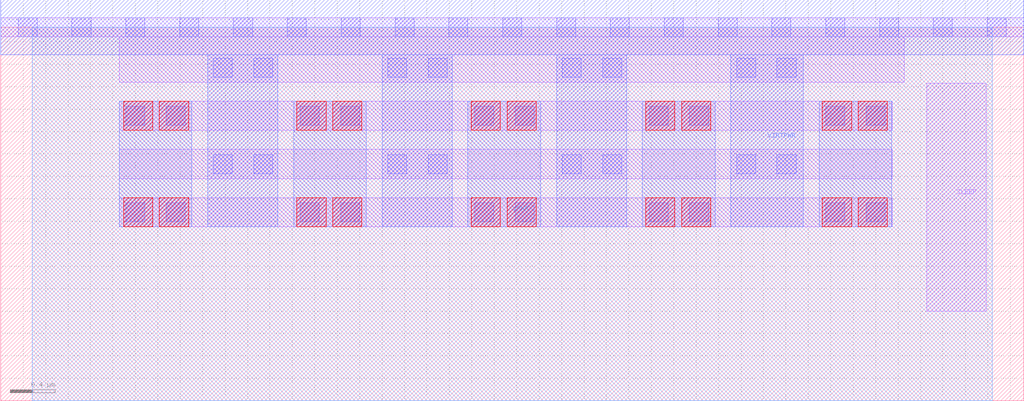
<source format=lef>
# Copyright 2020 The SkyWater PDK Authors
#
# Licensed under the Apache License, Version 2.0 (the "License");
# you may not use this file except in compliance with the License.
# You may obtain a copy of the License at
#
#     https://www.apache.org/licenses/LICENSE-2.0
#
# Unless required by applicable law or agreed to in writing, software
# distributed under the License is distributed on an "AS IS" BASIS,
# WITHOUT WARRANTIES OR CONDITIONS OF ANY KIND, either express or implied.
# See the License for the specific language governing permissions and
# limitations under the License.
#
# SPDX-License-Identifier: Apache-2.0

VERSION 5.7 ;
  NAMESCASESENSITIVE ON ;
  NOWIREEXTENSIONATPIN ON ;
  DIVIDERCHAR "/" ;
  BUSBITCHARS "[]" ;
UNITS
  DATABASE MICRONS 200 ;
END UNITS
MACRO sky130_fd_sc_lp__sleep_sergate_plv_21
  CLASS BLOCK ;
  FOREIGN sky130_fd_sc_lp__sleep_sergate_plv_21 ;
  ORIGIN  0.000000  0.000000 ;
  SIZE  9.120000 BY  3.330000 ;
  PIN SLEEP
    ANTENNAGATEAREA  3.150000 ;
    PORT
      LAYER li1 ;
        RECT 8.255000 0.800000 8.785000 2.830000 ;
    END
  END SLEEP
  PIN VIRTPWR
    ANTENNADIFFAREA  3.815000 ;
    PORT
      LAYER met1 ;
        RECT 0.000000 3.085000 9.120000 3.575000 ;
        RECT 1.845000 1.550000 2.470000 3.085000 ;
        RECT 3.400000 1.550000 4.025000 3.085000 ;
        RECT 4.955000 1.550000 5.580000 3.085000 ;
        RECT 6.510000 1.550000 7.155000 3.085000 ;
    END
  END VIRTPWR
  PIN VPWR
    USE POWER ;
    PORT
      LAYER met2 ;
        RECT 0.280000 0.000000 8.840000 3.330000 ;
    END
  END VPWR
  OBS
    LAYER li1 ;
      RECT 0.000000 3.245000 9.120000 3.415000 ;
      RECT 1.055000 1.550000 7.950000 1.810000 ;
      RECT 1.055000 1.980000 7.950000 2.240000 ;
      RECT 1.055000 2.410000 7.950000 2.670000 ;
      RECT 1.055000 2.840000 8.055000 3.245000 ;
    LAYER mcon ;
      RECT 0.155000 3.245000 0.325000 3.415000 ;
      RECT 0.635000 3.245000 0.805000 3.415000 ;
      RECT 1.115000 1.595000 1.285000 1.765000 ;
      RECT 1.115000 2.455000 1.285000 2.625000 ;
      RECT 1.115000 3.245000 1.285000 3.415000 ;
      RECT 1.475000 1.595000 1.645000 1.765000 ;
      RECT 1.475000 2.455000 1.645000 2.625000 ;
      RECT 1.595000 3.245000 1.765000 3.415000 ;
      RECT 1.895000 2.025000 2.065000 2.195000 ;
      RECT 1.895000 2.885000 2.065000 3.055000 ;
      RECT 2.075000 3.245000 2.245000 3.415000 ;
      RECT 2.255000 2.025000 2.425000 2.195000 ;
      RECT 2.255000 2.885000 2.425000 3.055000 ;
      RECT 2.555000 3.245000 2.725000 3.415000 ;
      RECT 2.670000 1.595000 2.840000 1.765000 ;
      RECT 2.670000 2.455000 2.840000 2.625000 ;
      RECT 3.030000 1.595000 3.200000 1.765000 ;
      RECT 3.030000 2.455000 3.200000 2.625000 ;
      RECT 3.035000 3.245000 3.205000 3.415000 ;
      RECT 3.450000 2.025000 3.620000 2.195000 ;
      RECT 3.450000 2.885000 3.620000 3.055000 ;
      RECT 3.515000 3.245000 3.685000 3.415000 ;
      RECT 3.810000 2.025000 3.980000 2.195000 ;
      RECT 3.810000 2.885000 3.980000 3.055000 ;
      RECT 3.995000 3.245000 4.165000 3.415000 ;
      RECT 4.225000 1.595000 4.395000 1.765000 ;
      RECT 4.225000 2.455000 4.395000 2.625000 ;
      RECT 4.475000 3.245000 4.645000 3.415000 ;
      RECT 4.585000 1.595000 4.755000 1.765000 ;
      RECT 4.585000 2.455000 4.755000 2.625000 ;
      RECT 4.955000 3.245000 5.125000 3.415000 ;
      RECT 5.005000 2.025000 5.175000 2.195000 ;
      RECT 5.005000 2.885000 5.175000 3.055000 ;
      RECT 5.365000 2.025000 5.535000 2.195000 ;
      RECT 5.365000 2.885000 5.535000 3.055000 ;
      RECT 5.435000 3.245000 5.605000 3.415000 ;
      RECT 5.780000 1.595000 5.950000 1.765000 ;
      RECT 5.780000 2.455000 5.950000 2.625000 ;
      RECT 5.915000 3.245000 6.085000 3.415000 ;
      RECT 6.140000 1.595000 6.310000 1.765000 ;
      RECT 6.140000 2.455000 6.310000 2.625000 ;
      RECT 6.395000 3.245000 6.565000 3.415000 ;
      RECT 6.560000 2.025000 6.730000 2.195000 ;
      RECT 6.560000 2.885000 6.730000 3.055000 ;
      RECT 6.875000 3.245000 7.045000 3.415000 ;
      RECT 6.920000 2.025000 7.090000 2.195000 ;
      RECT 6.920000 2.885000 7.090000 3.055000 ;
      RECT 7.355000 1.595000 7.525000 1.765000 ;
      RECT 7.355000 2.455000 7.525000 2.625000 ;
      RECT 7.355000 3.245000 7.525000 3.415000 ;
      RECT 7.715000 1.595000 7.885000 1.765000 ;
      RECT 7.715000 2.455000 7.885000 2.625000 ;
      RECT 7.835000 3.245000 8.005000 3.415000 ;
      RECT 8.315000 3.245000 8.485000 3.415000 ;
      RECT 8.795000 3.245000 8.965000 3.415000 ;
    LAYER met1 ;
      RECT 1.055000 1.550000 1.705000 2.670000 ;
      RECT 2.610000 1.550000 3.260000 2.670000 ;
      RECT 4.165000 1.550000 4.815000 2.670000 ;
      RECT 5.720000 1.550000 6.370000 2.670000 ;
      RECT 7.295000 1.550000 7.945000 2.670000 ;
    LAYER via ;
      RECT 1.095000 1.550000 1.355000 1.810000 ;
      RECT 1.095000 2.410000 1.355000 2.670000 ;
      RECT 1.415000 1.550000 1.675000 1.810000 ;
      RECT 1.415000 2.410000 1.675000 2.670000 ;
      RECT 2.640000 1.550000 2.900000 1.810000 ;
      RECT 2.640000 2.410000 2.900000 2.670000 ;
      RECT 2.960000 1.550000 3.220000 1.810000 ;
      RECT 2.960000 2.410000 3.220000 2.670000 ;
      RECT 4.195000 1.550000 4.455000 1.810000 ;
      RECT 4.195000 2.410000 4.455000 2.670000 ;
      RECT 4.515000 1.550000 4.775000 1.810000 ;
      RECT 4.515000 2.410000 4.775000 2.670000 ;
      RECT 5.750000 1.550000 6.010000 1.810000 ;
      RECT 5.750000 2.410000 6.010000 2.670000 ;
      RECT 6.070000 1.550000 6.330000 1.810000 ;
      RECT 6.070000 2.410000 6.330000 2.670000 ;
      RECT 7.325000 1.550000 7.585000 1.810000 ;
      RECT 7.325000 2.410000 7.585000 2.670000 ;
      RECT 7.645000 1.550000 7.905000 1.810000 ;
      RECT 7.645000 2.410000 7.905000 2.670000 ;
  END
END sky130_fd_sc_lp__sleep_sergate_plv_21
END LIBRARY

</source>
